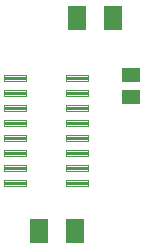
<source format=gbr>
G04 EAGLE Gerber X2 export*
%TF.Part,Single*%
%TF.FileFunction,Paste,Top*%
%TF.FilePolarity,Positive*%
%TF.GenerationSoftware,Autodesk,EAGLE,9.0.0*%
%TF.CreationDate,2018-09-03T19:42:11Z*%
G75*
%MOMM*%
%FSLAX34Y34*%
%LPD*%
%AMOC8*
5,1,8,0,0,1.08239X$1,22.5*%
G01*
%ADD10C,0.120000*%
%ADD11R,1.600000X1.300000*%
%ADD12R,1.500000X2.000000*%


D10*
X264600Y461150D02*
X264600Y465950D01*
X283400Y465950D01*
X283400Y461150D01*
X264600Y461150D01*
X264600Y462349D02*
X283400Y462349D01*
X283400Y463548D02*
X264600Y463548D01*
X264600Y464747D02*
X283400Y464747D01*
X283400Y465946D02*
X264600Y465946D01*
X316600Y440550D02*
X316600Y435750D01*
X316600Y440550D02*
X335400Y440550D01*
X335400Y435750D01*
X316600Y435750D01*
X316600Y436949D02*
X335400Y436949D01*
X335400Y438148D02*
X316600Y438148D01*
X316600Y439347D02*
X335400Y439347D01*
X335400Y440546D02*
X316600Y440546D01*
X264600Y473850D02*
X264600Y478650D01*
X283400Y478650D01*
X283400Y473850D01*
X264600Y473850D01*
X264600Y475049D02*
X283400Y475049D01*
X283400Y476248D02*
X264600Y476248D01*
X264600Y477447D02*
X283400Y477447D01*
X283400Y478646D02*
X264600Y478646D01*
X264600Y453250D02*
X264600Y448450D01*
X264600Y453250D02*
X283400Y453250D01*
X283400Y448450D01*
X264600Y448450D01*
X264600Y449649D02*
X283400Y449649D01*
X283400Y450848D02*
X264600Y450848D01*
X264600Y452047D02*
X283400Y452047D01*
X283400Y453246D02*
X264600Y453246D01*
X264600Y440550D02*
X264600Y435750D01*
X264600Y440550D02*
X283400Y440550D01*
X283400Y435750D01*
X264600Y435750D01*
X264600Y436949D02*
X283400Y436949D01*
X283400Y438148D02*
X264600Y438148D01*
X264600Y439347D02*
X283400Y439347D01*
X283400Y440546D02*
X264600Y440546D01*
X316600Y448450D02*
X316600Y453250D01*
X335400Y453250D01*
X335400Y448450D01*
X316600Y448450D01*
X316600Y449649D02*
X335400Y449649D01*
X335400Y450848D02*
X316600Y450848D01*
X316600Y452047D02*
X335400Y452047D01*
X335400Y453246D02*
X316600Y453246D01*
X316600Y427850D02*
X316600Y423050D01*
X316600Y427850D02*
X335400Y427850D01*
X335400Y423050D01*
X316600Y423050D01*
X316600Y424249D02*
X335400Y424249D01*
X335400Y425448D02*
X316600Y425448D01*
X316600Y426647D02*
X335400Y426647D01*
X335400Y427846D02*
X316600Y427846D01*
X316600Y415150D02*
X316600Y410350D01*
X316600Y415150D02*
X335400Y415150D01*
X335400Y410350D01*
X316600Y410350D01*
X316600Y411549D02*
X335400Y411549D01*
X335400Y412748D02*
X316600Y412748D01*
X316600Y413947D02*
X335400Y413947D01*
X335400Y415146D02*
X316600Y415146D01*
X264600Y415150D02*
X264600Y410350D01*
X264600Y415150D02*
X283400Y415150D01*
X283400Y410350D01*
X264600Y410350D01*
X264600Y411549D02*
X283400Y411549D01*
X283400Y412748D02*
X264600Y412748D01*
X264600Y413947D02*
X283400Y413947D01*
X283400Y415146D02*
X264600Y415146D01*
X316600Y389750D02*
X316600Y384950D01*
X316600Y389750D02*
X335400Y389750D01*
X335400Y384950D01*
X316600Y384950D01*
X316600Y386149D02*
X335400Y386149D01*
X335400Y387348D02*
X316600Y387348D01*
X316600Y388547D02*
X335400Y388547D01*
X335400Y389746D02*
X316600Y389746D01*
X264600Y423050D02*
X264600Y427850D01*
X283400Y427850D01*
X283400Y423050D01*
X264600Y423050D01*
X264600Y424249D02*
X283400Y424249D01*
X283400Y425448D02*
X264600Y425448D01*
X264600Y426647D02*
X283400Y426647D01*
X283400Y427846D02*
X264600Y427846D01*
X264600Y402450D02*
X264600Y397650D01*
X264600Y402450D02*
X283400Y402450D01*
X283400Y397650D01*
X264600Y397650D01*
X264600Y398849D02*
X283400Y398849D01*
X283400Y400048D02*
X264600Y400048D01*
X264600Y401247D02*
X283400Y401247D01*
X283400Y402446D02*
X264600Y402446D01*
X316600Y402450D02*
X316600Y397650D01*
X316600Y402450D02*
X335400Y402450D01*
X335400Y397650D01*
X316600Y397650D01*
X316600Y398849D02*
X335400Y398849D01*
X335400Y400048D02*
X316600Y400048D01*
X316600Y401247D02*
X335400Y401247D01*
X335400Y402446D02*
X316600Y402446D01*
X264600Y389750D02*
X264600Y384950D01*
X264600Y389750D02*
X283400Y389750D01*
X283400Y384950D01*
X264600Y384950D01*
X264600Y386149D02*
X283400Y386149D01*
X283400Y387348D02*
X264600Y387348D01*
X264600Y388547D02*
X283400Y388547D01*
X283400Y389746D02*
X264600Y389746D01*
X316600Y461150D02*
X316600Y465950D01*
X335400Y465950D01*
X335400Y461150D01*
X316600Y461150D01*
X316600Y462349D02*
X335400Y462349D01*
X335400Y463548D02*
X316600Y463548D01*
X316600Y464747D02*
X335400Y464747D01*
X335400Y465946D02*
X316600Y465946D01*
X316600Y473850D02*
X316600Y478650D01*
X335400Y478650D01*
X335400Y473850D01*
X316600Y473850D01*
X316600Y475049D02*
X335400Y475049D01*
X335400Y476248D02*
X316600Y476248D01*
X316600Y477447D02*
X335400Y477447D01*
X335400Y478646D02*
X316600Y478646D01*
D11*
X372364Y459892D03*
X372364Y478892D03*
D12*
X326376Y527304D03*
X356376Y527304D03*
X294372Y346456D03*
X324372Y346456D03*
M02*

</source>
